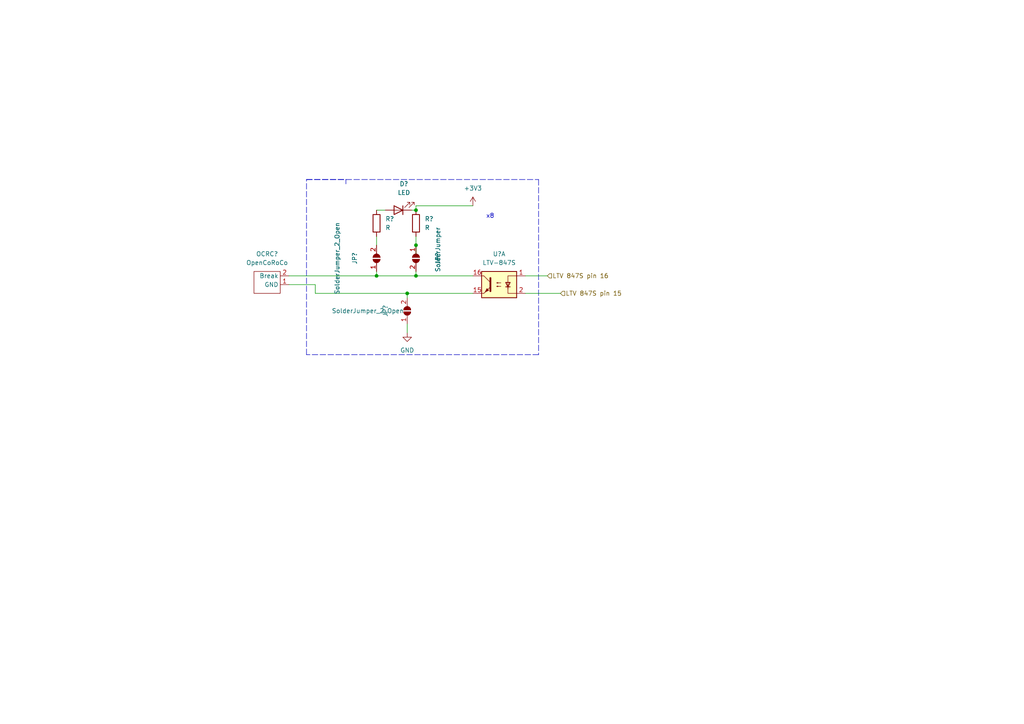
<source format=kicad_sch>
(kicad_sch (version 20211123) (generator eeschema)

  (uuid 86a8e9ec-0a65-491f-9c6b-e7e9da8ccd2e)

  (paper "A4")

  (lib_symbols
    (symbol "Device:LED" (pin_numbers hide) (pin_names (offset 1.016) hide) (in_bom yes) (on_board yes)
      (property "Reference" "D" (id 0) (at 0 2.54 0)
        (effects (font (size 1.27 1.27)))
      )
      (property "Value" "LED" (id 1) (at 0 -2.54 0)
        (effects (font (size 1.27 1.27)))
      )
      (property "Footprint" "" (id 2) (at 0 0 0)
        (effects (font (size 1.27 1.27)) hide)
      )
      (property "Datasheet" "~" (id 3) (at 0 0 0)
        (effects (font (size 1.27 1.27)) hide)
      )
      (property "ki_keywords" "LED diode" (id 4) (at 0 0 0)
        (effects (font (size 1.27 1.27)) hide)
      )
      (property "ki_description" "Light emitting diode" (id 5) (at 0 0 0)
        (effects (font (size 1.27 1.27)) hide)
      )
      (property "ki_fp_filters" "LED* LED_SMD:* LED_THT:*" (id 6) (at 0 0 0)
        (effects (font (size 1.27 1.27)) hide)
      )
      (symbol "LED_0_1"
        (polyline
          (pts
            (xy -1.27 -1.27)
            (xy -1.27 1.27)
          )
          (stroke (width 0.254) (type default) (color 0 0 0 0))
          (fill (type none))
        )
        (polyline
          (pts
            (xy -1.27 0)
            (xy 1.27 0)
          )
          (stroke (width 0) (type default) (color 0 0 0 0))
          (fill (type none))
        )
        (polyline
          (pts
            (xy 1.27 -1.27)
            (xy 1.27 1.27)
            (xy -1.27 0)
            (xy 1.27 -1.27)
          )
          (stroke (width 0.254) (type default) (color 0 0 0 0))
          (fill (type none))
        )
        (polyline
          (pts
            (xy -3.048 -0.762)
            (xy -4.572 -2.286)
            (xy -3.81 -2.286)
            (xy -4.572 -2.286)
            (xy -4.572 -1.524)
          )
          (stroke (width 0) (type default) (color 0 0 0 0))
          (fill (type none))
        )
        (polyline
          (pts
            (xy -1.778 -0.762)
            (xy -3.302 -2.286)
            (xy -2.54 -2.286)
            (xy -3.302 -2.286)
            (xy -3.302 -1.524)
          )
          (stroke (width 0) (type default) (color 0 0 0 0))
          (fill (type none))
        )
      )
      (symbol "LED_1_1"
        (pin passive line (at -3.81 0 0) (length 2.54)
          (name "K" (effects (font (size 1.27 1.27))))
          (number "1" (effects (font (size 1.27 1.27))))
        )
        (pin passive line (at 3.81 0 180) (length 2.54)
          (name "A" (effects (font (size 1.27 1.27))))
          (number "2" (effects (font (size 1.27 1.27))))
        )
      )
    )
    (symbol "Device:R" (pin_numbers hide) (pin_names (offset 0)) (in_bom yes) (on_board yes)
      (property "Reference" "R" (id 0) (at 2.032 0 90)
        (effects (font (size 1.27 1.27)))
      )
      (property "Value" "R" (id 1) (at 0 0 90)
        (effects (font (size 1.27 1.27)))
      )
      (property "Footprint" "" (id 2) (at -1.778 0 90)
        (effects (font (size 1.27 1.27)) hide)
      )
      (property "Datasheet" "~" (id 3) (at 0 0 0)
        (effects (font (size 1.27 1.27)) hide)
      )
      (property "ki_keywords" "R res resistor" (id 4) (at 0 0 0)
        (effects (font (size 1.27 1.27)) hide)
      )
      (property "ki_description" "Resistor" (id 5) (at 0 0 0)
        (effects (font (size 1.27 1.27)) hide)
      )
      (property "ki_fp_filters" "R_*" (id 6) (at 0 0 0)
        (effects (font (size 1.27 1.27)) hide)
      )
      (symbol "R_0_1"
        (rectangle (start -1.016 -2.54) (end 1.016 2.54)
          (stroke (width 0.254) (type default) (color 0 0 0 0))
          (fill (type none))
        )
      )
      (symbol "R_1_1"
        (pin passive line (at 0 3.81 270) (length 1.27)
          (name "~" (effects (font (size 1.27 1.27))))
          (number "1" (effects (font (size 1.27 1.27))))
        )
        (pin passive line (at 0 -3.81 90) (length 1.27)
          (name "~" (effects (font (size 1.27 1.27))))
          (number "2" (effects (font (size 1.27 1.27))))
        )
      )
    )
    (symbol "Isolator:LTV-847S" (pin_names (offset 1.016)) (in_bom yes) (on_board yes)
      (property "Reference" "U" (id 0) (at -3.81 5.08 0)
        (effects (font (size 1.27 1.27)))
      )
      (property "Value" "LTV-847S" (id 1) (at 0 -5.08 0)
        (effects (font (size 1.27 1.27)))
      )
      (property "Footprint" "Package_DIP:SMDIP-16_W9.53mm" (id 2) (at 0 -7.62 0)
        (effects (font (size 1.27 1.27)) hide)
      )
      (property "Datasheet" "http://www.us.liteon.com/downloads/LTV-817-827-847.PDF" (id 3) (at -15.24 11.43 0)
        (effects (font (size 1.27 1.27)) hide)
      )
      (property "ki_keywords" "NPN DC Optocoupler" (id 4) (at 0 0 0)
        (effects (font (size 1.27 1.27)) hide)
      )
      (property "ki_description" "DC Optocoupler, Vce 35V, CTR 50%, SMDIP-16" (id 5) (at 0 0 0)
        (effects (font (size 1.27 1.27)) hide)
      )
      (property "ki_fp_filters" "SMDIP*W9.53mm*" (id 6) (at 0 0 0)
        (effects (font (size 1.27 1.27)) hide)
      )
      (symbol "LTV-847S_0_1"
        (rectangle (start -5.08 3.81) (end 5.08 -3.81)
          (stroke (width 0.254) (type default) (color 0 0 0 0))
          (fill (type background))
        )
        (polyline
          (pts
            (xy -3.175 -0.635)
            (xy -1.905 -0.635)
          )
          (stroke (width 0.254) (type default) (color 0 0 0 0))
          (fill (type none))
        )
        (polyline
          (pts
            (xy 2.54 0.635)
            (xy 4.445 2.54)
          )
          (stroke (width 0) (type default) (color 0 0 0 0))
          (fill (type none))
        )
        (polyline
          (pts
            (xy 4.445 -2.54)
            (xy 2.54 -0.635)
          )
          (stroke (width 0) (type default) (color 0 0 0 0))
          (fill (type outline))
        )
        (polyline
          (pts
            (xy 4.445 -2.54)
            (xy 5.08 -2.54)
          )
          (stroke (width 0) (type default) (color 0 0 0 0))
          (fill (type none))
        )
        (polyline
          (pts
            (xy 4.445 2.54)
            (xy 5.08 2.54)
          )
          (stroke (width 0) (type default) (color 0 0 0 0))
          (fill (type none))
        )
        (polyline
          (pts
            (xy -2.54 -0.635)
            (xy -2.54 -2.54)
            (xy -5.08 -2.54)
          )
          (stroke (width 0) (type default) (color 0 0 0 0))
          (fill (type none))
        )
        (polyline
          (pts
            (xy 2.54 1.905)
            (xy 2.54 -1.905)
            (xy 2.54 -1.905)
          )
          (stroke (width 0.508) (type default) (color 0 0 0 0))
          (fill (type none))
        )
        (polyline
          (pts
            (xy -5.08 2.54)
            (xy -2.54 2.54)
            (xy -2.54 -1.27)
            (xy -2.54 0.635)
          )
          (stroke (width 0) (type default) (color 0 0 0 0))
          (fill (type none))
        )
        (polyline
          (pts
            (xy -2.54 -0.635)
            (xy -3.175 0.635)
            (xy -1.905 0.635)
            (xy -2.54 -0.635)
          )
          (stroke (width 0.254) (type default) (color 0 0 0 0))
          (fill (type none))
        )
        (polyline
          (pts
            (xy -0.508 -0.508)
            (xy 0.762 -0.508)
            (xy 0.381 -0.635)
            (xy 0.381 -0.381)
            (xy 0.762 -0.508)
          )
          (stroke (width 0) (type default) (color 0 0 0 0))
          (fill (type none))
        )
        (polyline
          (pts
            (xy -0.508 0.508)
            (xy 0.762 0.508)
            (xy 0.381 0.381)
            (xy 0.381 0.635)
            (xy 0.762 0.508)
          )
          (stroke (width 0) (type default) (color 0 0 0 0))
          (fill (type none))
        )
        (polyline
          (pts
            (xy 3.048 -1.651)
            (xy 3.556 -1.143)
            (xy 4.064 -2.159)
            (xy 3.048 -1.651)
            (xy 3.048 -1.651)
          )
          (stroke (width 0) (type default) (color 0 0 0 0))
          (fill (type outline))
        )
      )
      (symbol "LTV-847S_1_1"
        (pin passive line (at -7.62 2.54 0) (length 2.54)
          (name "~" (effects (font (size 1.27 1.27))))
          (number "1" (effects (font (size 1.27 1.27))))
        )
        (pin passive line (at 7.62 -2.54 180) (length 2.54)
          (name "~" (effects (font (size 1.27 1.27))))
          (number "15" (effects (font (size 1.27 1.27))))
        )
        (pin passive line (at 7.62 2.54 180) (length 2.54)
          (name "~" (effects (font (size 1.27 1.27))))
          (number "16" (effects (font (size 1.27 1.27))))
        )
        (pin passive line (at -7.62 -2.54 0) (length 2.54)
          (name "~" (effects (font (size 1.27 1.27))))
          (number "2" (effects (font (size 1.27 1.27))))
        )
      )
      (symbol "LTV-847S_2_1"
        (pin passive line (at 7.62 -2.54 180) (length 2.54)
          (name "~" (effects (font (size 1.27 1.27))))
          (number "13" (effects (font (size 1.27 1.27))))
        )
        (pin passive line (at 7.62 2.54 180) (length 2.54)
          (name "~" (effects (font (size 1.27 1.27))))
          (number "14" (effects (font (size 1.27 1.27))))
        )
        (pin passive line (at -7.62 2.54 0) (length 2.54)
          (name "~" (effects (font (size 1.27 1.27))))
          (number "3" (effects (font (size 1.27 1.27))))
        )
        (pin passive line (at -7.62 -2.54 0) (length 2.54)
          (name "~" (effects (font (size 1.27 1.27))))
          (number "4" (effects (font (size 1.27 1.27))))
        )
      )
      (symbol "LTV-847S_3_1"
        (pin passive line (at 7.62 -2.54 180) (length 2.54)
          (name "~" (effects (font (size 1.27 1.27))))
          (number "11" (effects (font (size 1.27 1.27))))
        )
        (pin passive line (at 7.62 2.54 180) (length 2.54)
          (name "~" (effects (font (size 1.27 1.27))))
          (number "12" (effects (font (size 1.27 1.27))))
        )
        (pin passive line (at -7.62 2.54 0) (length 2.54)
          (name "~" (effects (font (size 1.27 1.27))))
          (number "5" (effects (font (size 1.27 1.27))))
        )
        (pin passive line (at -7.62 -2.54 0) (length 2.54)
          (name "~" (effects (font (size 1.27 1.27))))
          (number "6" (effects (font (size 1.27 1.27))))
        )
      )
      (symbol "LTV-847S_4_1"
        (pin passive line (at 7.62 2.54 180) (length 2.54)
          (name "~" (effects (font (size 1.27 1.27))))
          (number "10" (effects (font (size 1.27 1.27))))
        )
        (pin passive line (at -7.62 2.54 0) (length 2.54)
          (name "~" (effects (font (size 1.27 1.27))))
          (number "7" (effects (font (size 1.27 1.27))))
        )
        (pin passive line (at -7.62 -2.54 0) (length 2.54)
          (name "~" (effects (font (size 1.27 1.27))))
          (number "8" (effects (font (size 1.27 1.27))))
        )
        (pin passive line (at 7.62 -2.54 180) (length 2.54)
          (name "~" (effects (font (size 1.27 1.27))))
          (number "9" (effects (font (size 1.27 1.27))))
        )
      )
    )
    (symbol "Jumper:SolderJumper_2_Open" (pin_names (offset 0) hide) (in_bom yes) (on_board yes)
      (property "Reference" "JP" (id 0) (at 0 2.032 0)
        (effects (font (size 1.27 1.27)))
      )
      (property "Value" "SolderJumper_2_Open" (id 1) (at 0 -2.54 0)
        (effects (font (size 1.27 1.27)))
      )
      (property "Footprint" "" (id 2) (at 0 0 0)
        (effects (font (size 1.27 1.27)) hide)
      )
      (property "Datasheet" "~" (id 3) (at 0 0 0)
        (effects (font (size 1.27 1.27)) hide)
      )
      (property "ki_keywords" "solder jumper SPST" (id 4) (at 0 0 0)
        (effects (font (size 1.27 1.27)) hide)
      )
      (property "ki_description" "Solder Jumper, 2-pole, open" (id 5) (at 0 0 0)
        (effects (font (size 1.27 1.27)) hide)
      )
      (property "ki_fp_filters" "SolderJumper*Open*" (id 6) (at 0 0 0)
        (effects (font (size 1.27 1.27)) hide)
      )
      (symbol "SolderJumper_2_Open_0_1"
        (arc (start -0.254 1.016) (mid -1.27 0) (end -0.254 -1.016)
          (stroke (width 0) (type default) (color 0 0 0 0))
          (fill (type none))
        )
        (arc (start -0.254 1.016) (mid -1.27 0) (end -0.254 -1.016)
          (stroke (width 0) (type default) (color 0 0 0 0))
          (fill (type outline))
        )
        (polyline
          (pts
            (xy -0.254 1.016)
            (xy -0.254 -1.016)
          )
          (stroke (width 0) (type default) (color 0 0 0 0))
          (fill (type none))
        )
        (polyline
          (pts
            (xy 0.254 1.016)
            (xy 0.254 -1.016)
          )
          (stroke (width 0) (type default) (color 0 0 0 0))
          (fill (type none))
        )
        (arc (start 0.254 -1.016) (mid 1.27 0) (end 0.254 1.016)
          (stroke (width 0) (type default) (color 0 0 0 0))
          (fill (type none))
        )
        (arc (start 0.254 -1.016) (mid 1.27 0) (end 0.254 1.016)
          (stroke (width 0) (type default) (color 0 0 0 0))
          (fill (type outline))
        )
      )
      (symbol "SolderJumper_2_Open_1_1"
        (pin passive line (at -3.81 0 0) (length 2.54)
          (name "A" (effects (font (size 1.27 1.27))))
          (number "1" (effects (font (size 1.27 1.27))))
        )
        (pin passive line (at 3.81 0 180) (length 2.54)
          (name "B" (effects (font (size 1.27 1.27))))
          (number "2" (effects (font (size 1.27 1.27))))
        )
      )
    )
    (symbol "Simbolos PE:OpenCoRoCo" (in_bom yes) (on_board yes)
      (property "Reference" "OCRC" (id 0) (at -1.27 -5.08 0)
        (effects (font (size 1.27 1.27)))
      )
      (property "Value" "OpenCoRoCo" (id 1) (at -2.54 3.81 0)
        (effects (font (size 1.27 1.27)))
      )
      (property "Footprint" "" (id 2) (at 2.54 2.54 0)
        (effects (font (size 1.27 1.27)) hide)
      )
      (property "Datasheet" "" (id 3) (at 2.54 2.54 0)
        (effects (font (size 1.27 1.27)) hide)
      )
      (symbol "OpenCoRoCo_0_1"
        (rectangle (start -5.08 2.54) (end 2.54 -3.81)
          (stroke (width 0) (type default) (color 0 0 0 0))
          (fill (type none))
        )
      )
      (symbol "OpenCoRoCo_1_1"
        (pin input line (at 5.08 -1.27 180) (length 2.54)
          (name "GND" (effects (font (size 1.27 1.27))))
          (number "1" (effects (font (size 1.27 1.27))))
        )
        (pin input line (at 5.08 1.27 180) (length 2.54)
          (name "Break" (effects (font (size 1.27 1.27))))
          (number "2" (effects (font (size 1.27 1.27))))
        )
      )
    )
    (symbol "power:+3.3V" (power) (pin_names (offset 0)) (in_bom yes) (on_board yes)
      (property "Reference" "#PWR" (id 0) (at 0 -3.81 0)
        (effects (font (size 1.27 1.27)) hide)
      )
      (property "Value" "+3.3V" (id 1) (at 0 3.556 0)
        (effects (font (size 1.27 1.27)))
      )
      (property "Footprint" "" (id 2) (at 0 0 0)
        (effects (font (size 1.27 1.27)) hide)
      )
      (property "Datasheet" "" (id 3) (at 0 0 0)
        (effects (font (size 1.27 1.27)) hide)
      )
      (property "ki_keywords" "power-flag" (id 4) (at 0 0 0)
        (effects (font (size 1.27 1.27)) hide)
      )
      (property "ki_description" "Power symbol creates a global label with name \"+3.3V\"" (id 5) (at 0 0 0)
        (effects (font (size 1.27 1.27)) hide)
      )
      (symbol "+3.3V_0_1"
        (polyline
          (pts
            (xy -0.762 1.27)
            (xy 0 2.54)
          )
          (stroke (width 0) (type default) (color 0 0 0 0))
          (fill (type none))
        )
        (polyline
          (pts
            (xy 0 0)
            (xy 0 2.54)
          )
          (stroke (width 0) (type default) (color 0 0 0 0))
          (fill (type none))
        )
        (polyline
          (pts
            (xy 0 2.54)
            (xy 0.762 1.27)
          )
          (stroke (width 0) (type default) (color 0 0 0 0))
          (fill (type none))
        )
      )
      (symbol "+3.3V_1_1"
        (pin power_in line (at 0 0 90) (length 0) hide
          (name "+3V3" (effects (font (size 1.27 1.27))))
          (number "1" (effects (font (size 1.27 1.27))))
        )
      )
    )
    (symbol "power:GND" (power) (pin_names (offset 0)) (in_bom yes) (on_board yes)
      (property "Reference" "#PWR" (id 0) (at 0 -6.35 0)
        (effects (font (size 1.27 1.27)) hide)
      )
      (property "Value" "GND" (id 1) (at 0 -3.81 0)
        (effects (font (size 1.27 1.27)))
      )
      (property "Footprint" "" (id 2) (at 0 0 0)
        (effects (font (size 1.27 1.27)) hide)
      )
      (property "Datasheet" "" (id 3) (at 0 0 0)
        (effects (font (size 1.27 1.27)) hide)
      )
      (property "ki_keywords" "power-flag" (id 4) (at 0 0 0)
        (effects (font (size 1.27 1.27)) hide)
      )
      (property "ki_description" "Power symbol creates a global label with name \"GND\" , ground" (id 5) (at 0 0 0)
        (effects (font (size 1.27 1.27)) hide)
      )
      (symbol "GND_0_1"
        (polyline
          (pts
            (xy 0 0)
            (xy 0 -1.27)
            (xy 1.27 -1.27)
            (xy 0 -2.54)
            (xy -1.27 -1.27)
            (xy 0 -1.27)
          )
          (stroke (width 0) (type default) (color 0 0 0 0))
          (fill (type none))
        )
      )
      (symbol "GND_1_1"
        (pin power_in line (at 0 0 270) (length 0) hide
          (name "GND" (effects (font (size 1.27 1.27))))
          (number "1" (effects (font (size 1.27 1.27))))
        )
      )
    )
  )

  (junction (at 118.11 85.09) (diameter 0) (color 0 0 0 0)
    (uuid 485254df-c4c3-45ab-b172-2b86303f1f40)
  )
  (junction (at 120.65 80.01) (diameter 0) (color 0 0 0 0)
    (uuid 84c1c46d-694c-46b5-962e-93edf7627b68)
  )
  (junction (at 120.65 71.12) (diameter 0) (color 0 0 0 0)
    (uuid ab994a3b-d6d5-46c2-aae2-dc33e9aaacd8)
  )
  (junction (at 120.65 60.96) (diameter 0) (color 0 0 0 0)
    (uuid c9fe6029-53d2-411b-8033-2416807ca02e)
  )
  (junction (at 109.22 80.01) (diameter 0) (color 0 0 0 0)
    (uuid f5b084b0-4788-449a-a04a-96d48415c7fc)
  )

  (wire (pts (xy 119.38 60.96) (xy 120.65 60.96))
    (stroke (width 0) (type default) (color 0 0 0 0))
    (uuid 04e40686-4dc1-4802-bb43-f631b826e211)
  )
  (wire (pts (xy 152.4 80.01) (xy 158.75 80.01))
    (stroke (width 0) (type default) (color 0 0 0 0))
    (uuid 2cd7dfc3-dfbf-4611-a5db-fbe350af1ef0)
  )
  (wire (pts (xy 118.11 85.09) (xy 91.44 85.09))
    (stroke (width 0) (type default) (color 0 0 0 0))
    (uuid 3257e975-e392-4e1e-aa95-9bec7014771d)
  )
  (wire (pts (xy 152.4 85.09) (xy 162.56 85.09))
    (stroke (width 0) (type default) (color 0 0 0 0))
    (uuid 32f54468-09f6-470c-a9ae-25ad47272768)
  )
  (wire (pts (xy 137.16 85.09) (xy 118.11 85.09))
    (stroke (width 0) (type default) (color 0 0 0 0))
    (uuid 38472ce4-bbfe-4ffc-ad4b-33d19077edd9)
  )
  (polyline (pts (xy 88.9 52.07) (xy 100.33 52.07))
    (stroke (width 0) (type default) (color 0 0 0 0))
    (uuid 395cc51c-f895-46b2-a132-64b0bf734a05)
  )

  (wire (pts (xy 91.44 85.09) (xy 91.44 82.55))
    (stroke (width 0) (type default) (color 0 0 0 0))
    (uuid 57643631-9e05-436f-9359-f9ed9b130e92)
  )
  (wire (pts (xy 109.22 78.74) (xy 109.22 80.01))
    (stroke (width 0) (type default) (color 0 0 0 0))
    (uuid 5f75422b-5578-438e-8ba5-6e78b3685089)
  )
  (polyline (pts (xy 88.9 102.87) (xy 88.9 52.07))
    (stroke (width 0) (type default) (color 0 0 0 0))
    (uuid 6ac07c09-abee-47d7-ac8c-c1e1052edba4)
  )

  (wire (pts (xy 83.82 80.01) (xy 109.22 80.01))
    (stroke (width 0) (type default) (color 0 0 0 0))
    (uuid 6acbaa8c-1263-4f9d-8ac6-2b9e8a494276)
  )
  (wire (pts (xy 137.16 59.69) (xy 120.65 59.69))
    (stroke (width 0) (type default) (color 0 0 0 0))
    (uuid 6b34e980-9be1-447e-9521-62aa6fe2f203)
  )
  (polyline (pts (xy 156.21 52.07) (xy 156.21 102.87))
    (stroke (width 0) (type default) (color 0 0 0 0))
    (uuid 6b410e8a-f6b8-410e-b53e-905b6e48426a)
  )
  (polyline (pts (xy 156.21 102.87) (xy 88.9 102.87))
    (stroke (width 0) (type default) (color 0 0 0 0))
    (uuid 74727c2e-7c44-4c3f-b5d7-71096422e660)
  )

  (wire (pts (xy 120.65 80.01) (xy 137.16 80.01))
    (stroke (width 0) (type default) (color 0 0 0 0))
    (uuid 7de2715d-9620-4cbf-82fb-25ab9141b3bb)
  )
  (wire (pts (xy 120.65 71.12) (xy 120.65 73.66))
    (stroke (width 0) (type default) (color 0 0 0 0))
    (uuid 7efb8705-55e0-4280-ac62-1d31871a2596)
  )
  (polyline (pts (xy 88.9 52.07) (xy 156.21 52.07))
    (stroke (width 0) (type default) (color 0 0 0 0))
    (uuid 8cbe5daf-201b-40a5-83b3-657f06a4bfe9)
  )

  (wire (pts (xy 109.22 68.58) (xy 109.22 71.12))
    (stroke (width 0) (type default) (color 0 0 0 0))
    (uuid 8d28cc44-8ef3-4825-817a-52e7d0862845)
  )
  (polyline (pts (xy 100.33 52.07) (xy 100.33 53.34))
    (stroke (width 0) (type default) (color 0 0 0 0))
    (uuid 9d0994f1-5674-494a-af95-400c74bc15c4)
  )

  (wire (pts (xy 83.82 82.55) (xy 91.44 82.55))
    (stroke (width 0) (type default) (color 0 0 0 0))
    (uuid c6cd336b-4753-4c30-b87c-b8c8b174dc18)
  )
  (wire (pts (xy 118.11 96.52) (xy 118.11 93.98))
    (stroke (width 0) (type default) (color 0 0 0 0))
    (uuid c8ddb83a-472e-4a48-8458-7822ef834049)
  )
  (wire (pts (xy 120.65 78.74) (xy 120.65 80.01))
    (stroke (width 0) (type default) (color 0 0 0 0))
    (uuid c9fe7c64-5095-4539-a228-1c49b6ae28d0)
  )
  (wire (pts (xy 120.65 68.58) (xy 120.65 71.12))
    (stroke (width 0) (type default) (color 0 0 0 0))
    (uuid cabe9758-63e4-4487-856a-7596944f080f)
  )
  (wire (pts (xy 120.65 59.69) (xy 120.65 60.96))
    (stroke (width 0) (type default) (color 0 0 0 0))
    (uuid cbc3a15d-5358-40ea-bcd3-31b37004b856)
  )
  (wire (pts (xy 118.11 85.09) (xy 118.11 86.36))
    (stroke (width 0) (type default) (color 0 0 0 0))
    (uuid ccaa47be-c9a0-439f-a277-274721d174ea)
  )
  (wire (pts (xy 109.22 80.01) (xy 120.65 80.01))
    (stroke (width 0) (type default) (color 0 0 0 0))
    (uuid daa54d92-ef49-4c84-96bf-7ce4bad6d72a)
  )
  (wire (pts (xy 109.22 60.96) (xy 111.76 60.96))
    (stroke (width 0) (type default) (color 0 0 0 0))
    (uuid e9334a1a-cf98-4a30-8245-f73d6bbbe0d1)
  )

  (text "x8" (at 140.97 63.5 0)
    (effects (font (size 1.27 1.27)) (justify left bottom))
    (uuid 55dee6c8-6a36-4fee-990d-88f1bb672547)
  )

  (hierarchical_label "LTV 847S pin 16" (shape input) (at 158.75 80.01 0)
    (effects (font (size 1.27 1.27)) (justify left))
    (uuid 65e8c43b-1acb-44f3-9f6f-dd11cff28ae4)
  )
  (hierarchical_label "LTV 847S pin 15" (shape input) (at 162.56 85.09 0)
    (effects (font (size 1.27 1.27)) (justify left))
    (uuid d2074e7a-9ece-4e1c-98c2-45aa424b4cef)
  )

  (symbol (lib_id "Device:LED") (at 115.57 60.96 180) (unit 1)
    (in_bom yes) (on_board yes) (fields_autoplaced)
    (uuid 3164af26-bcdd-4866-b7ed-f4711c07b013)
    (property "Reference" "D?" (id 0) (at 117.1575 53.34 0))
    (property "Value" "LED" (id 1) (at 117.1575 55.88 0))
    (property "Footprint" "" (id 2) (at 115.57 60.96 0)
      (effects (font (size 1.27 1.27)) hide)
    )
    (property "Datasheet" "~" (id 3) (at 115.57 60.96 0)
      (effects (font (size 1.27 1.27)) hide)
    )
    (pin "1" (uuid ba81ab92-ca21-4201-ba72-d6c59fc758fa))
    (pin "2" (uuid 849eb851-54b8-467a-ab63-a5814a291138))
  )

  (symbol (lib_id "Jumper:SolderJumper_2_Open") (at 120.65 74.93 270) (unit 1)
    (in_bom yes) (on_board yes)
    (uuid 57203482-5cf4-4c15-a6bf-f2c34624a5fa)
    (property "Reference" "JP?" (id 0) (at 127 74.93 0))
    (property "Value" "SolderJumper" (id 1) (at 127 72.39 0))
    (property "Footprint" "" (id 2) (at 120.65 74.93 0)
      (effects (font (size 1.27 1.27)) hide)
    )
    (property "Datasheet" "~" (id 3) (at 120.65 74.93 0)
      (effects (font (size 1.27 1.27)) hide)
    )
    (pin "1" (uuid f2a6c511-ce84-4408-8033-f82af1480816))
    (pin "2" (uuid 17f1f111-1c16-407f-a9ee-cd2a6a57ca34))
  )

  (symbol (lib_id "Isolator:LTV-847S") (at 144.78 82.55 0) (mirror y) (unit 1)
    (in_bom yes) (on_board yes) (fields_autoplaced)
    (uuid 82b9e352-2e3d-42c2-97f1-ad9bee3257e6)
    (property "Reference" "U?" (id 0) (at 144.78 73.66 0))
    (property "Value" "LTV-847S" (id 1) (at 144.78 76.2 0))
    (property "Footprint" "Package_DIP:SMDIP-16_W9.53mm" (id 2) (at 144.78 90.17 0)
      (effects (font (size 1.27 1.27)) hide)
    )
    (property "Datasheet" "http://www.us.liteon.com/downloads/LTV-817-827-847.PDF" (id 3) (at 160.02 71.12 0)
      (effects (font (size 1.27 1.27)) hide)
    )
    (pin "1" (uuid 8810283a-7102-49ce-97ad-b2cf0d2a1ccd))
    (pin "15" (uuid 94d06dc9-c7a5-4156-837b-e183757a04d2))
    (pin "16" (uuid 7ab1d3d2-4800-4c08-8e87-e56ead9ca380))
    (pin "2" (uuid a2b04827-0c1a-4dec-84eb-4c969e5cde61))
    (pin "13" (uuid 61fa0d74-9a68-42f2-8b67-f7bdec73addb))
    (pin "14" (uuid c36fd19e-f85b-40c3-9bef-93e06d64fa02))
    (pin "3" (uuid 4034eeee-0852-4575-86ed-bdfe5370abe7))
    (pin "4" (uuid e6c2fa31-d49f-43cc-9e55-29bcc2587ecd))
    (pin "11" (uuid 0a840d10-a9d6-4711-9b33-9616e602311e))
    (pin "12" (uuid bd1700ad-55ca-43ac-ae2e-dd92550c4c8d))
    (pin "5" (uuid 7f0f3d0b-50df-497d-87d1-ae14dbc72b6a))
    (pin "6" (uuid 361a2b0f-9054-46ac-9709-613f4e68133d))
    (pin "10" (uuid 344015be-dd74-4666-908a-b389e95432dd))
    (pin "7" (uuid 805da6af-4e83-4de0-bbc3-e318f18cd22d))
    (pin "8" (uuid c85ccd72-1ac8-4111-b028-c7ee9ce6c1b3))
    (pin "9" (uuid 051f6d5c-fb0b-4d4d-980d-fa056e870526))
  )

  (symbol (lib_id "power:+3.3V") (at 137.16 59.69 0) (unit 1)
    (in_bom yes) (on_board yes) (fields_autoplaced)
    (uuid 837493d1-bc86-4a70-925f-0fe9d363ba92)
    (property "Reference" "#PWR?" (id 0) (at 137.16 63.5 0)
      (effects (font (size 1.27 1.27)) hide)
    )
    (property "Value" "+3.3V" (id 1) (at 137.16 54.61 0))
    (property "Footprint" "" (id 2) (at 137.16 59.69 0)
      (effects (font (size 1.27 1.27)) hide)
    )
    (property "Datasheet" "" (id 3) (at 137.16 59.69 0)
      (effects (font (size 1.27 1.27)) hide)
    )
    (pin "1" (uuid dd6aab35-448b-4170-9f41-256ab1eb792b))
  )

  (symbol (lib_id "power:GND") (at 118.11 96.52 0) (unit 1)
    (in_bom yes) (on_board yes) (fields_autoplaced)
    (uuid 9237dd17-3825-49a1-99c3-88567aed73f0)
    (property "Reference" "#PWR?" (id 0) (at 118.11 102.87 0)
      (effects (font (size 1.27 1.27)) hide)
    )
    (property "Value" "GND" (id 1) (at 118.11 101.6 0))
    (property "Footprint" "" (id 2) (at 118.11 96.52 0)
      (effects (font (size 1.27 1.27)) hide)
    )
    (property "Datasheet" "" (id 3) (at 118.11 96.52 0)
      (effects (font (size 1.27 1.27)) hide)
    )
    (pin "1" (uuid adf41147-224d-488b-bff9-ee0cdc0a3532))
  )

  (symbol (lib_id "Jumper:SolderJumper_2_Open") (at 109.22 74.93 90) (unit 1)
    (in_bom yes) (on_board yes)
    (uuid 97615bd4-da5d-4c8c-aae6-3939bb5d2d57)
    (property "Reference" "JP?" (id 0) (at 102.87 74.93 0))
    (property "Value" "SolderJumper_2_Open" (id 1) (at 97.79 74.93 0))
    (property "Footprint" "" (id 2) (at 109.22 74.93 0)
      (effects (font (size 1.27 1.27)) hide)
    )
    (property "Datasheet" "~" (id 3) (at 109.22 74.93 0)
      (effects (font (size 1.27 1.27)) hide)
    )
    (pin "1" (uuid a3f42766-41f9-4eae-8d4c-78e4bc6c66b8))
    (pin "2" (uuid 347000ec-e9c2-470c-be44-8a3586f86a24))
  )

  (symbol (lib_id "Device:R") (at 109.22 64.77 0) (unit 1)
    (in_bom yes) (on_board yes) (fields_autoplaced)
    (uuid a80e49ab-a89c-4002-9a32-0a12ddb875b6)
    (property "Reference" "R?" (id 0) (at 111.76 63.4999 0)
      (effects (font (size 1.27 1.27)) (justify left))
    )
    (property "Value" "R" (id 1) (at 111.76 66.0399 0)
      (effects (font (size 1.27 1.27)) (justify left))
    )
    (property "Footprint" "" (id 2) (at 107.442 64.77 90)
      (effects (font (size 1.27 1.27)) hide)
    )
    (property "Datasheet" "~" (id 3) (at 109.22 64.77 0)
      (effects (font (size 1.27 1.27)) hide)
    )
    (pin "1" (uuid f6a65ff3-566a-4758-85cc-a90618f06390))
    (pin "2" (uuid 0d042729-ebc2-4b5b-97f7-d478e96d3b43))
  )

  (symbol (lib_id "Simbolos PE:OpenCoRoCo") (at 78.74 81.28 0) (unit 1)
    (in_bom yes) (on_board yes) (fields_autoplaced)
    (uuid c0cac1c2-0bad-4d2b-be75-f260c17d6e90)
    (property "Reference" "OCRC?" (id 0) (at 77.47 73.66 0))
    (property "Value" "OpenCoRoCo" (id 1) (at 77.47 76.2 0))
    (property "Footprint" "" (id 2) (at 81.28 78.74 0)
      (effects (font (size 1.27 1.27)) hide)
    )
    (property "Datasheet" "" (id 3) (at 81.28 78.74 0)
      (effects (font (size 1.27 1.27)) hide)
    )
    (pin "1" (uuid 6d31be3f-1b0e-4ce0-99c2-1eb0c704805d))
    (pin "2" (uuid 0f08af5e-82f8-4dc9-b068-3b34ceafe8de))
  )

  (symbol (lib_id "Device:R") (at 120.65 64.77 0) (unit 1)
    (in_bom yes) (on_board yes) (fields_autoplaced)
    (uuid c462b873-89a8-4fd6-9776-5163137c8cb5)
    (property "Reference" "R?" (id 0) (at 123.19 63.4999 0)
      (effects (font (size 1.27 1.27)) (justify left))
    )
    (property "Value" "R" (id 1) (at 123.19 66.0399 0)
      (effects (font (size 1.27 1.27)) (justify left))
    )
    (property "Footprint" "" (id 2) (at 118.872 64.77 90)
      (effects (font (size 1.27 1.27)) hide)
    )
    (property "Datasheet" "~" (id 3) (at 120.65 64.77 0)
      (effects (font (size 1.27 1.27)) hide)
    )
    (pin "1" (uuid 5d15c7b8-51c1-4e4f-82fa-284949430988))
    (pin "2" (uuid 16363091-ebf1-4c8e-a099-a8af2a782ed1))
  )

  (symbol (lib_id "Jumper:SolderJumper_2_Open") (at 118.11 90.17 90) (unit 1)
    (in_bom yes) (on_board yes)
    (uuid d13c8bdc-e88b-4b9a-807e-c945fd607b0d)
    (property "Reference" "JP?" (id 0) (at 111.76 90.17 0))
    (property "Value" "SolderJumper_2_Open" (id 1) (at 106.68 90.17 90))
    (property "Footprint" "" (id 2) (at 118.11 90.17 0)
      (effects (font (size 1.27 1.27)) hide)
    )
    (property "Datasheet" "~" (id 3) (at 118.11 90.17 0)
      (effects (font (size 1.27 1.27)) hide)
    )
    (pin "1" (uuid 141992d9-01d5-427c-a2f3-b5d7cbe0c729))
    (pin "2" (uuid 098f7d9d-9d98-4236-b8b6-6d443c715d3a))
  )
)

</source>
